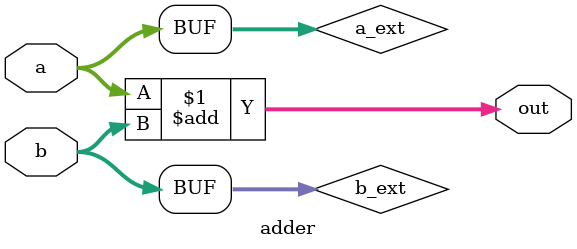
<source format=v>
`timescale 1ns / 1ps

module adder(out, a,b);
    
    parameter OUT_WIDTH= 8;
    parameter INP_WIDTH= 8;
    input signed [INP_WIDTH-1:0] a; // [n,q]
    input signed [INP_WIDTH-1:0] b; // [p,q]
    output signed [OUT_WIDTH-1:0] out; // [max(n+p)+1,q]
    wire signed [OUT_WIDTH-1:0] a_ext = {a[INP_WIDTH-1],a};
    wire signed [OUT_WIDTH-1:0] b_ext = {b[INP_WIDTH-1],b};
  assign out = a + b;
    
endmodule

</source>
